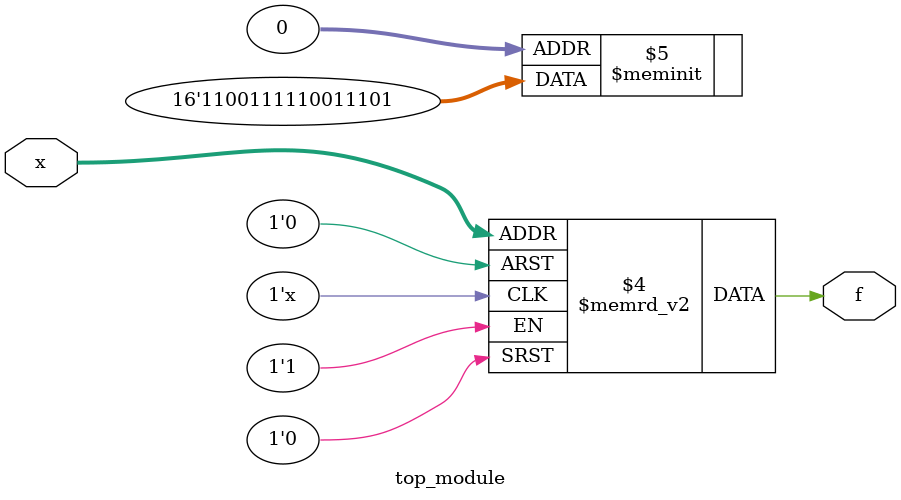
<source format=sv>
module top_module (
    input [4:1] x,
    output logic f
);

always_comb begin
    case ({x[4], x[3], x[2], x[1]})
        4'b0001: f = 0;
        4'b0011: f = 1;
        4'b0101: f = 0;
        4'b0110: f = 0;
        4'b1001: f = 1;
        4'b1011: f = 1;
        4'b1100: f = 0;
        4'b1101: f = 0;
        default: f = 1; // Don't care conditions
    endcase
end

endmodule

</source>
